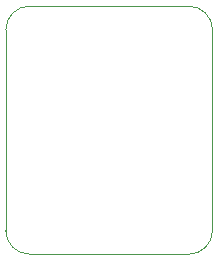
<source format=gm1>
%TF.GenerationSoftware,KiCad,Pcbnew,9.0.7-9.0.7~ubuntu24.04.1*%
%TF.CreationDate,2026-01-03T22:14:34+01:00*%
%TF.ProjectId,rtc_xiao_esp32s3,7274635f-7869-4616-9f5f-657370333273,1.0*%
%TF.SameCoordinates,Original*%
%TF.FileFunction,Profile,NP*%
%FSLAX46Y46*%
G04 Gerber Fmt 4.6, Leading zero omitted, Abs format (unit mm)*
G04 Created by KiCad (PCBNEW 9.0.7-9.0.7~ubuntu24.04.1) date 2026-01-03 22:14:34*
%MOMM*%
%LPD*%
G01*
G04 APERTURE LIST*
%TA.AperFunction,Profile*%
%ADD10C,0.100000*%
%TD*%
G04 APERTURE END LIST*
D10*
X131500000Y-95000000D02*
G75*
G02*
X133500000Y-97000000I0J-2000000D01*
G01*
X131500000Y-95000000D02*
X118000000Y-95000000D01*
X116000000Y-114000000D02*
X116000000Y-97000000D01*
X133500000Y-97000000D02*
X133500000Y-114000000D01*
X116000000Y-97000000D02*
G75*
G02*
X118000000Y-95000000I2000000J0D01*
G01*
X118000000Y-116000000D02*
G75*
G02*
X116000000Y-114000000I0J2000000D01*
G01*
X133500000Y-114000000D02*
G75*
G02*
X131500000Y-116000000I-2000000J0D01*
G01*
X131500000Y-116000000D02*
X118000000Y-116000000D01*
M02*

</source>
